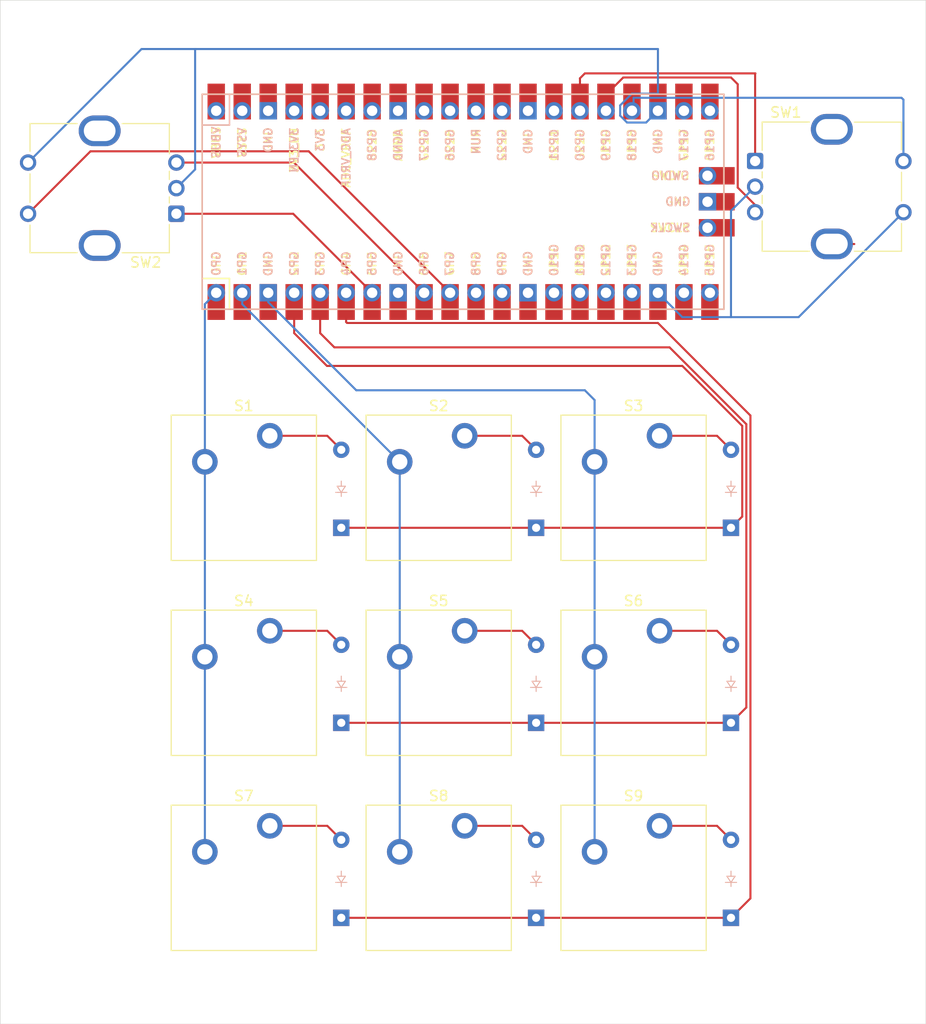
<source format=kicad_pcb>
(kicad_pcb (version 20240108) (generator "pcbnew") (generator_version "8.0")
  (layers (0 "F.Cu" signal) (31 "B.Cu" signal) (34 "B.Paste" user) (35 "F.Paste" user) (36 "B.SilkS" user "B.Silkscreen") (37 "F.SilkS" user "F.Silkscreen") (38 "B.Mask" user) (39 "F.Mask" user) (44 "Edge.Cuts" user))
  (net 0 "")
  (net 1 "Row 0")
  (net 2 "Net-(D1-A)")
  (net 3 "Net-(D2-A)")
  (net 4 "Net-(D3-A)")
  (net 5 "Net-(D4-A)")
  (net 6 "Row 1")
  (net 7 "Net-(D5-A)")
  (net 8 "Net-(D6-A)")
  (net 9 "Row 2")
  (net 10 "Net-(D7-A)")
  (net 11 "Net-(D8-A)")
  (net 12 "Net-(D9-A)")
  (net 13 "Column 0")
  (net 14 "Column 1")
  (net 15 "Column 2")
  (net 16 "Encoder_Left_1")
  (net 17 "Encoder_Left_3")
  (net 20 "Encoder_Left_2")
  (net 48 "Encoder_Right_1")
  (net 49 "Encoder_Right_2")
  (net 50 "GND")
  (net 51 "Encoder_Right_3")
  (footprint "ScottoKeebs_MX:MX_PCB_1.00u" (layer "F.Cu") (at 113.195 112.525)
    (property "Reference" "S7" (at 0 -8 0) (layer "F.SilkS"))
    (property "Value" "Keyswitch")
    (fp_line (start -7.1 -7.1) (end -7.1 7.1) (stroke (width 0.12)) (layer "F.SilkS"))
    (fp_line (start -7.1 7.1) (end 7.1 7.1) (stroke (width 0.12)) (layer "F.SilkS"))
    (fp_line (start 7.1 -7.1) (end -7.1 -7.1) (stroke (width 0.12)) (layer "F.SilkS"))
    (fp_line (start 7.1 7.1) (end 7.1 -7.1) (stroke (width 0.12)) (layer "F.SilkS"))
    (pad "" np_thru_hole circle (at -5.08 0) (size 1.75 1.75) (drill 1.75) (layers "*.Cu" "*.Mask"))
    (pad "" np_thru_hole circle (at 0 0) (size 4 4) (drill 4) (layers "*.Cu" "*.Mask"))
    (pad "" np_thru_hole circle (at 5.08 0) (size 1.75 1.75) (drill 1.75) (layers "*.Cu" "*.Mask"))
    (pad "1" thru_hole circle (at -3.81 -2.54) (size 2.5 2.5) (drill 1.5) (layers "*.Cu" "*.Mask") (net 13 "Column 0"))
    (pad "2" thru_hole circle (at 2.54 -5.08) (size 2.5 2.5) (drill 1.5) (layers "*.Cu" "*.Mask") (net 10 "Net-(D7-A)"))
  )
  (footprint "ScottoKeebs_MX:MX_PCB_1.00u" (layer "F.Cu") (at 113.195 74.425)
    (property "Reference" "S1" (at 0 -8 0) (layer "F.SilkS"))
    (property "Value" "Keyswitch")
    (fp_line (start -7.1 -7.1) (end -7.1 7.1) (stroke (width 0.12)) (layer "F.SilkS"))
    (fp_line (start -7.1 7.1) (end 7.1 7.1) (stroke (width 0.12)) (layer "F.SilkS"))
    (fp_line (start 7.1 -7.1) (end -7.1 -7.1) (stroke (width 0.12)) (layer "F.SilkS"))
    (fp_line (start 7.1 7.1) (end 7.1 -7.1) (stroke (width 0.12)) (layer "F.SilkS"))
    (pad "" np_thru_hole circle (at -5.08 0) (size 1.75 1.75) (drill 1.75) (layers "*.Cu" "*.Mask"))
    (pad "" np_thru_hole circle (at 0 0) (size 4 4) (drill 4) (layers "*.Cu" "*.Mask"))
    (pad "" np_thru_hole circle (at 5.08 0) (size 1.75 1.75) (drill 1.75) (layers "*.Cu" "*.Mask"))
    (pad "1" thru_hole circle (at -3.81 -2.54) (size 2.5 2.5) (drill 1.5) (layers "*.Cu" "*.Mask") (net 13 "Column 0"))
    (pad "2" thru_hole circle (at 2.54 -5.08) (size 2.5 2.5) (drill 1.5) (layers "*.Cu" "*.Mask") (net 2 "Net-(D1-A)"))
  )
  (footprint "ScottoKeebs_MX:MX_PCB_1.00u" (layer "F.Cu") (at 151.295 93.475)
    (property "Reference" "S6" (at 0 -8 0) (layer "F.SilkS"))
    (property "Value" "Keyswitch")
    (fp_line (start -7.1 -7.1) (end -7.1 7.1) (stroke (width 0.12)) (layer "F.SilkS"))
    (fp_line (start -7.1 7.1) (end 7.1 7.1) (stroke (width 0.12)) (layer "F.SilkS"))
    (fp_line (start 7.1 -7.1) (end -7.1 -7.1) (stroke (width 0.12)) (layer "F.SilkS"))
    (fp_line (start 7.1 7.1) (end 7.1 -7.1) (stroke (width 0.12)) (layer "F.SilkS"))
    (pad "" np_thru_hole circle (at -5.08 0) (size 1.75 1.75) (drill 1.75) (layers "*.Cu" "*.Mask"))
    (pad "" np_thru_hole circle (at 0 0) (size 4 4) (drill 4) (layers "*.Cu" "*.Mask"))
    (pad "" np_thru_hole circle (at 5.08 0) (size 1.75 1.75) (drill 1.75) (layers "*.Cu" "*.Mask"))
    (pad "1" thru_hole circle (at -3.81 -2.54) (size 2.5 2.5) (drill 1.5) (layers "*.Cu" "*.Mask") (net 15 "Column 2"))
    (pad "2" thru_hole circle (at 2.54 -5.08) (size 2.5 2.5) (drill 1.5) (layers "*.Cu" "*.Mask") (net 8 "Net-(D6-A)"))
  )
  (footprint "ScottoKeebs_MX:MX_PCB_1.00u" (layer "F.Cu") (at 132.245 93.475)
    (property "Reference" "S5" (at 0 -8 0) (layer "F.SilkS"))
    (property "Value" "Keyswitch")
    (fp_line (start -7.1 -7.1) (end -7.1 7.1) (stroke (width 0.12)) (layer "F.SilkS"))
    (fp_line (start -7.1 7.1) (end 7.1 7.1) (stroke (width 0.12)) (layer "F.SilkS"))
    (fp_line (start 7.1 -7.1) (end -7.1 -7.1) (stroke (width 0.12)) (layer "F.SilkS"))
    (fp_line (start 7.1 7.1) (end 7.1 -7.1) (stroke (width 0.12)) (layer "F.SilkS"))
    (pad "" np_thru_hole circle (at -5.08 0) (size 1.75 1.75) (drill 1.75) (layers "*.Cu" "*.Mask"))
    (pad "" np_thru_hole circle (at 0 0) (size 4 4) (drill 4) (layers "*.Cu" "*.Mask"))
    (pad "" np_thru_hole circle (at 5.08 0) (size 1.75 1.75) (drill 1.75) (layers "*.Cu" "*.Mask"))
    (pad "1" thru_hole circle (at -3.81 -2.54) (size 2.5 2.5) (drill 1.5) (layers "*.Cu" "*.Mask") (net 14 "Column 1"))
    (pad "2" thru_hole circle (at 2.54 -5.08) (size 2.5 2.5) (drill 1.5) (layers "*.Cu" "*.Mask") (net 7 "Net-(D5-A)"))
  )
  (footprint "ScottoKeebs_MX:MX_PCB_1.00u" (layer "F.Cu") (at 132.245 74.425)
    (property "Reference" "S2" (at 0 -8 0) (layer "F.SilkS"))
    (property "Value" "Keyswitch")
    (fp_line (start -7.1 -7.1) (end -7.1 7.1) (stroke (width 0.12)) (layer "F.SilkS"))
    (fp_line (start -7.1 7.1) (end 7.1 7.1) (stroke (width 0.12)) (layer "F.SilkS"))
    (fp_line (start 7.1 -7.1) (end -7.1 -7.1) (stroke (width 0.12)) (layer "F.SilkS"))
    (fp_line (start 7.1 7.1) (end 7.1 -7.1) (stroke (width 0.12)) (layer "F.SilkS"))
    (pad "" np_thru_hole circle (at -5.08 0) (size 1.75 1.75) (drill 1.75) (layers "*.Cu" "*.Mask"))
    (pad "" np_thru_hole circle (at 0 0) (size 4 4) (drill 4) (layers "*.Cu" "*.Mask"))
    (pad "" np_thru_hole circle (at 5.08 0) (size 1.75 1.75) (drill 1.75) (layers "*.Cu" "*.Mask"))
    (pad "1" thru_hole circle (at -3.81 -2.54) (size 2.5 2.5) (drill 1.5) (layers "*.Cu" "*.Mask") (net 14 "Column 1"))
    (pad "2" thru_hole circle (at 2.54 -5.08) (size 2.5 2.5) (drill 1.5) (layers "*.Cu" "*.Mask") (net 3 "Net-(D2-A)"))
  )
  (footprint "Rotary_Encoder:RotaryEncoder_Bourns_Vertical_PEC12R-3x17F-Sxxxx" (layer "F.Cu") (at 106.60125 47.65625 180)
    (property "Reference" "SW2" (at 3 -4.75 360) (layer "F.SilkS"))
    (property "Value" "RotaryEncoder_Switch")
    (fp_line (start 14.31 8.81) (end 9.7 8.81) (stroke (width 0.12)) (layer "F.SilkS"))
    (fp_line (start 14.31 6.1) (end 14.31 8.81) (stroke (width 0.12)) (layer "F.SilkS"))
    (fp_line (start 14.31 1.1) (end 14.31 3.9) (stroke (width 0.12)) (layer "F.SilkS"))
    (fp_line (start 14.31 -3.8) (end 14.31 -1.1) (stroke (width 0.12)) (layer "F.SilkS"))
    (fp_line (start 9.7 -3.8) (end 14.31 -3.8) (stroke (width 0.12)) (layer "F.SilkS"))
    (fp_line (start 5.3 8.81) (end 0.69 8.81) (stroke (width 0.12)) (layer "F.SilkS"))
    (fp_line (start 0.69 5.85) (end 0.69 8.81) (stroke (width 0.12)) (layer "F.SilkS"))
    (fp_line (start 0.69 3.35) (end 0.69 4.15) (stroke (width 0.12)) (layer "F.SilkS"))
    (fp_line (start 0.69 1.05) (end 0.69 1.65) (stroke (width 0.12)) (layer "F.SilkS"))
    (fp_line (start 0.69 -1.05) (end 0.69 -3.81) (stroke (width 0.12)) (layer "F.SilkS"))
    (fp_line (start 0.69 -3.81) (end 5.3 -3.81) (stroke (width 0.12)) (layer "F.SilkS"))
    (pad "A" thru_hole roundrect (at 0 0 180) (size 1.6 1.6) (drill 1) (layers "*.Cu" "*.Mask") (roundrect_rratio 0.15625) (net 16 "Encoder_Left_1"))
    (pad "B" thru_hole circle (at 0 5 180) (size 1.6 1.6) (drill 1) (layers "*.Cu" "*.Mask") (net 20 "Encoder_Left_2"))
    (pad "C" thru_hole circle (at 0 2.5 180) (size 1.6 1.6) (drill 1) (layers "*.Cu" "*.Mask") (net 50 "GND"))
    (pad "S1" thru_hole circle (at 14.5 0 180) (size 1.6 1.6) (drill 1) (layers "*.Cu" "*.Mask") (net 17 "Encoder_Left_3"))
    (pad "S2" thru_hole circle (at 14.5 5 180) (size 1.6 1.6) (drill 1) (layers "*.Cu" "*.Mask") (net 50 "GND"))
    (pad "SH" thru_hole oval (at 7.5 -3.1 180) (size 4.1 3) (drill oval 3.1 2) (layers "*.Cu" "*.Mask"))
    (pad "SH" thru_hole oval (at 7.5 8.1 180) (size 4.1 3) (drill oval 3.1 2) (layers "*.Cu" "*.Mask"))
  )
  (footprint "ScottoKeebs_MX:MX_PCB_1.00u" (layer "F.Cu") (at 151.295 112.525)
    (property "Reference" "S9" (at 0 -8 0) (layer "F.SilkS"))
    (property "Value" "Keyswitch")
    (fp_line (start -7.1 -7.1) (end -7.1 7.1) (stroke (width 0.12)) (layer "F.SilkS"))
    (fp_line (start -7.1 7.1) (end 7.1 7.1) (stroke (width 0.12)) (layer "F.SilkS"))
    (fp_line (start 7.1 -7.1) (end -7.1 -7.1) (stroke (width 0.12)) (layer "F.SilkS"))
    (fp_line (start 7.1 7.1) (end 7.1 -7.1) (stroke (width 0.12)) (layer "F.SilkS"))
    (pad "" np_thru_hole circle (at -5.08 0) (size 1.75 1.75) (drill 1.75) (layers "*.Cu" "*.Mask"))
    (pad "" np_thru_hole circle (at 0 0) (size 4 4) (drill 4) (layers "*.Cu" "*.Mask"))
    (pad "" np_thru_hole circle (at 5.08 0) (size 1.75 1.75) (drill 1.75) (layers "*.Cu" "*.Mask"))
    (pad "1" thru_hole circle (at -3.81 -2.54) (size 2.5 2.5) (drill 1.5) (layers "*.Cu" "*.Mask") (net 15 "Column 2"))
    (pad "2" thru_hole circle (at 2.54 -5.08) (size 2.5 2.5) (drill 1.5) (layers "*.Cu" "*.Mask") (net 12 "Net-(D9-A)"))
  )
  (footprint "ScottoKeebs_MX:MX_PCB_1.00u" (layer "F.Cu") (at 113.195 93.475)
    (property "Reference" "S4" (at 0 -8 0) (layer "F.SilkS"))
    (property "Value" "Keyswitch")
    (fp_line (start -7.1 -7.1) (end -7.1 7.1) (stroke (width 0.12)) (layer "F.SilkS"))
    (fp_line (start -7.1 7.1) (end 7.1 7.1) (stroke (width 0.12)) (layer "F.SilkS"))
    (fp_line (start 7.1 -7.1) (end -7.1 -7.1) (stroke (width 0.12)) (layer "F.SilkS"))
    (fp_line (start 7.1 7.1) (end 7.1 -7.1) (stroke (width 0.12)) (layer "F.SilkS"))
    (pad "" np_thru_hole circle (at -5.08 0) (size 1.75 1.75) (drill 1.75) (layers "*.Cu" "*.Mask"))
    (pad "" np_thru_hole circle (at 0 0) (size 4 4) (drill 4) (layers "*.Cu" "*.Mask"))
    (pad "" np_thru_hole circle (at 5.08 0) (size 1.75 1.75) (drill 1.75) (layers "*.Cu" "*.Mask"))
    (pad "1" thru_hole circle (at -3.81 -2.54) (size 2.5 2.5) (drill 1.5) (layers "*.Cu" "*.Mask") (net 13 "Column 0"))
    (pad "2" thru_hole circle (at 2.54 -5.08) (size 2.5 2.5) (drill 1.5) (layers "*.Cu" "*.Mask") (net 5 "Net-(D4-A)"))
  )
  (footprint "ScottoKeebs_MCU:Raspberry_Pi_Pico" (layer "F.Cu") (at 134.62625 46.485 90)
    (property "Reference" "U1" (hide yes))
    (property "Value" "Raspberry_Pi_Pico" (hide yes))
    (fp_line (start 10.5 -25.5) (end -10.5 -25.5) (stroke (width 0.15)) (layer "B.SilkS"))
    (fp_line (start 10.5 -25.5) (end 10.5 25.5) (stroke (width 0.15)) (layer "B.SilkS"))
    (fp_line (start -10.5 -25.5) (end -10.5 25.5) (stroke (width 0.15)) (layer "B.SilkS"))
    (fp_line (start 10.5 -22.833) (end 7.493 -22.833) (stroke (width 0.15)) (layer "B.SilkS"))
    (fp_line (start 7.493 -22.833) (end 7.493 -25.5) (stroke (width 0.15)) (layer "B.SilkS"))
    (fp_line (start -10.5 25.5) (end 10.5 25.5) (stroke (width 0.15)) (layer "B.SilkS"))
    (fp_line (start 10.5 -25.5) (end 10.5 25.5) (stroke (width 0.15)) (layer "F.SilkS"))
    (fp_line (start -10.5 -25.5) (end 10.5 -25.5) (stroke (width 0.15)) (layer "F.SilkS"))
    (fp_line (start -10.5 -25.5) (end -10.5 25.5) (stroke (width 0.15)) (layer "F.SilkS"))
    (fp_line (start -7.493 -22.833) (end -7.493 -25.5) (stroke (width 0.15)) (layer "F.SilkS"))
    (fp_line (start -10.5 -22.833) (end -7.493 -22.833) (stroke (width 0.15)) (layer "F.SilkS"))
    (fp_line (start 10.5 25.5) (end -10.5 25.5) (stroke (width 0.15)) (layer "F.SilkS"))
    (fp_text user "3V3_EN" (at 5.04 -16.51 90) (layer "B.SilkS") (effects (font (size 0.8 0.8)) (justify mirror)))
    (fp_text user "GP10" (at -5.69 8.89 90) (layer "B.SilkS") (effects (font (size 0.8 0.8)) (justify mirror)))
    (fp_text user "GND" (at 5.89 6.35 90) (layer "B.SilkS") (effects (font (size 0.8 0.8)) (justify mirror)))
    (fp_text user "GP9" (at -6.04 3.81 90) (layer "B.SilkS") (effects (font (size 0.8 0.8)) (justify mirror)))
    (fp_text user "GP11" (at -5.69 11.43 90) (layer "B.SilkS") (effects (font (size 0.8 0.8)) (justify mirror)))
    (fp_text user "ADC_VREF" (at 4.29 -11.43 90) (layer "B.SilkS") (effects (font (size 0.8 0.8)) (justify mirror)))
    (fp_text user "GP5" (at -6.04 -8.89 90) (layer "B.SilkS") (effects (font (size 0.8 0.8)) (justify mirror)))
    (fp_text user "GP1" (at -6.04 -21.6 90) (layer "B.SilkS") (effects (font (size 0.8 0.8)) (justify mirror)))
    (fp_text user "VSYS" (at 5.79 -21.59 90) (layer "B.SilkS") (effects (font (size 0.8 0.8)) (justify mirror)))
    (fp_text user "GND" (at -6.04 -19.05 90) (layer "B.SilkS") (effects (font (size 0.8 0.8)) (justify mirror)))
    (fp_text user "GP2" (at -6.04 -16.51 90) (layer "B.SilkS") (effects (font (size 0.8 0.8)) (justify mirror)))
    (fp_text user "GP3" (at -6.04 -13.97 90) (layer "B.SilkS") (effects (font (size 0.8 0.8)) (justify mirror)))
    (fp_text user "GP26" (at 5.54 -1.27 90) (layer "B.SilkS") (effects (font (size 0.8 0.8)) (justify mirror)))
    (fp_text user "GP4" (at -6.04 -11.43 90) (layer "B.SilkS") (effects (font (size 0.8 0.8)) (justify mirror)))
    (fp_text user "GND" (at -6.04 6.35 90) (layer "B.SilkS") (effects (font (size 0.8 0.8)) (justify mirror)))
    (fp_text user "GND" (at -6.04 19.05 90) (layer "B.SilkS") (effects (font (size 0.8 0.8)) (justify mirror)))
    (fp_text user "GP28" (at 5.54 -8.89 90) (layer "B.SilkS") (effects (font (size 0.8 0.8)) (justify mirror)))
    (fp_text user "GP16" (at 5.54 24.13 90) (layer "B.SilkS") (effects (font (size 0.8 0.8)) (justify mirror)))
    (fp_text user "SWDIO" (at 2.54 20.25 0) (layer "B.SilkS") (effects (font (size 0.8 0.8)) (justify mirror)))
    (fp_text user "GND" (at -6.04 -6.35 90) (layer "B.SilkS") (effects (font (size 0.8 0.8)) (justify mirror)))
    (fp_text user "GP15" (at -5.69 24.13 90) (layer "B.SilkS") (effects (font (size 0.8 0.8)) (justify mirror)))
    (fp_text user "RUN" (at 5.89 1.27 90) (layer "B.SilkS") (effects (font (size 0.8 0.8)) (justify mirror)))
    (fp_text user "GP22" (at 5.54 3.81 90) (layer "B.SilkS") (effects (font (size 0.8 0.8)) (justify mirror)))
    (fp_text user "GND" (at 6.04 -19.05 90) (layer "B.SilkS") (effects (font (size 0.8 0.8)) (justify mirror)))
    (fp_text user "GND" (at 5.89 19.05 90) (layer "B.SilkS") (effects (font (size 0.8 0.8)) (justify mirror)))
    (fp_text user "GP6" (at -6.04 -3.81 90) (layer "B.SilkS") (effects (font (size 0.8 0.8)) (justify mirror)))
    (fp_text user "3V3" (at 6.04 -13.97 90) (layer "B.SilkS") (effects (font (size 0.8 0.8)) (justify mirror)))
    (fp_text user "SWCLK" (at -2.54 20.25 0) (layer "B.SilkS") (effects (font (size 0.8 0.8)) (justify mirror)))
    (fp_text user "GP7" (at -6.04 -1.3 90) (layer "B.SilkS") (effects (font (size 0.8 0.8)) (justify mirror)))
    (fp_text user "GP8" (at -6.04 1.27 90) (layer "B.SilkS") (effects (font (size 0.8 0.8)) (justify mirror)))
    (fp_text user "GP12" (at -5.69 13.97 90) (layer "B.SilkS") (effects (font (size 0.8 0.8)) (justify mirror)))
    (fp_text user "GP20" (at 5.54 11.43 90) (layer "B.SilkS") (effects (font (size 0.8 0.8)) (justify mirror)))
    (fp_text user "GP18" (at 5.54 16.51 90) (layer "B.SilkS") (effects (font (size 0.8 0.8)) (justify mirror)))
    (fp_text user "VBUS" (at 5.79 -24.13 90) (layer "B.SilkS") (effects (font (size 0.8 0.8)) (justify mirror)))
    (fp_text user "GP27" (at 5.54 -3.8 90) (layer "B.SilkS") (effects (font (size 0.8 0.8)) (justify mirror)))
    (fp_text user "GP19" (at 5.54 13.97 90) (layer "B.SilkS") (effects (font (size 0.8 0.8)) (justify mirror)))
    (fp_text user "GP14" (at -5.69 21.59 90) (layer "B.SilkS") (effects (font (size 0.8 0.8)) (justify mirror)))
    (fp_text user "GP13" (at -5.69 16.51 90) (layer "B.SilkS") (effects (font (size 0.8 0.8)) (justify mirror)))
    (fp_text user "GP17" (at 5.54 21.59 90) (layer "B.SilkS") (effects (font (size 0.8 0.8)) (justify mirror)))
    (fp_text user "GP0" (at -6.04 -24.13 90) (layer "B.SilkS") (effects (font (size 0.8 0.8)) (justify mirror)))
    (fp_text user "GND" (at 0 21 0) (layer "B.SilkS") (effects (font (size 0.8 0.8)) (justify mirror)))
    (fp_text user "GP21" (at 5.54 8.9 90) (layer "B.SilkS") (effects (font (size 0.8 0.8)) (justify mirror)))
    (fp_text user "AGND" (at 5.54 -6.35 90) (layer "B.SilkS") (effects (font (size 0.8 0.8)) (justify mirror)))
    (fp_text user "GP27" (at 5.54 -3.8 90) (layer "F.SilkS") (effects (font (size 0.8 0.8))))
    (fp_text user "GP8" (at -6.04 1.27 90) (layer "F.SilkS") (effects (font (size 0.8 0.8))))
    (fp_text user "3V3" (at 6.04 -13.97 90) (layer "F.SilkS") (effects (font (size 0.8 0.8))))
    (fp_text user "3V3_EN" (at 5.04 -16.51 90) (layer "F.SilkS") (effects (font (size 0.8 0.8))))
    (fp_text user "AGND" (at 5.54 -6.35 90) (layer "F.SilkS") (effects (font (size 0.8 0.8))))
    (fp_text user "GP11" (at -5.69 11.43 90) (layer "F.SilkS") (effects (font (size 0.8 0.8))))
    (fp_text user "GP6" (at -6.04 -3.81 90) (layer "F.SilkS") (effects (font (size 0.8 0.8))))
    (fp_text user "GP0" (at -6.04 -24.13 90) (layer "F.SilkS") (effects (font (size 0.8 0.8))))
    (fp_text user "GP9" (at -6.04 3.81 90) (layer "F.SilkS") (effects (font (size 0.8 0.8))))
    (fp_text user "GP4" (at -6.04 -11.43 90) (layer "F.SilkS") (effects (font (size 0.8 0.8))))
    (fp_text user "GP19" (at 5.54 13.97 90) (layer "F.SilkS") (effects (font (size 0.8 0.8))))
    (fp_text user "GP21" (at 5.54 8.9 90) (layer "F.SilkS") (effects (font (size 0.8 0.8))))
    (fp_text user "VBUS" (at 5.79 -24.13 90) (layer "F.SilkS") (effects (font (size 0.8 0.8))))
    (fp_text user "SWDIO" (at 2.54 20.25 0) (layer "F.SilkS") (effects (font (size 0.8 0.8))))
    (fp_text user "GP10" (at -5.69 8.89 90) (layer "F.SilkS") (effects (font (size 0.8 0.8))))
    (fp_text user "GP12" (at -5.69 13.97 90) (layer "F.SilkS") (effects (font (size 0.8 0.8))))
    (fp_text user "GND" (at -6.04 -6.35 90) (layer "F.SilkS") (effects (font (size 0.8 0.8))))
    (fp_text user "GP26" (at 5.54 -1.27 90) (layer "F.SilkS") (effects (font (size 0.8 0.8))))
    (fp_text user "ADC_VREF" (at 4.29 -11.43 90) (layer "F.SilkS") (effects (font (size 0.8 0.8))))
    (fp_text user "GP2" (at -6.04 -16.51 90) (layer "F.SilkS") (effects (font (size 0.8 0.8))))
    (fp_text user "GP13" (at -5.69 16.51 90) (layer "F.SilkS") (effects (font (size 0.8 0.8))))
    (fp_text user "VSYS" (at 5.79 -21.59 90) (layer "F.SilkS") (effects (font (size 0.8 0.8))))
    (fp_text user "GP5" (at -6.04 -8.89 90) (layer "F.SilkS") (effects (font (size 0.8 0.8))))
    (fp_text user "GP18" (at 5.54 16.51 90) (layer "F.SilkS") (effects (font (size 0.8 0.8))))
    (fp_text user "GP7" (at -6.04 -1.3 90) (layer "F.SilkS") (effects (font (size 0.8 0.8))))
    (fp_text user "GP20" (at 5.54 11.43 90) (layer "F.SilkS") (effects (font (size 0.8 0.8))))
    (fp_text user "RUN" (at 5.89 1.27 90) (layer "F.SilkS") (effects (font (size 0.8 0.8))))
    (fp_text user "GP17" (at 5.54 21.59 90) (layer "F.SilkS") (effects (font (size 0.8 0.8))))
    (fp_text user "GND" (at 5.89 6.35 90) (layer "F.SilkS") (effects (font (size 0.8 0.8))))
    (fp_text user "GND" (at 6.04 -19.05 90) (layer "F.SilkS") (effects (font (size 0.8 0.8))))
    (fp_text user "SWCLK" (at -2.54 20.25 0) (layer "F.SilkS") (effects (font (size 0.8 0.8))))
    (fp_text user "GND" (at -6.04 -19.05 90) (layer "F.SilkS") (effects (font (size 0.8 0.8))))
    (fp_text user "GND" (at 0 21 0) (layer "F.SilkS") (effects (font (size 0.8 0.8))))
    (fp_text user "GND" (at 5.89 19.05 90) (layer "F.SilkS") (effects (font (size 0.8 0.8))))
    (fp_text user "GP1" (at -6.04 -21.6 90) (layer "F.SilkS") (effects (font (size 0.8 0.8))))
    (fp_text user "GP28" (at 5.54 -8.89 90) (layer "F.SilkS") (effects (font (size 0.8 0.8))))
    (fp_text user "GP15" (at -5.69 24.13 90) (layer "F.SilkS") (effects (font (size 0.8 0.8))))
    (fp_text user "GP16" (at 5.54 24.13 90) (layer "F.SilkS") (effects (font (size 0.8 0.8))))
    (fp_text user "GP14" (at -5.69 21.59 90) (layer "F.SilkS") (effects (font (size 0.8 0.8))))
    (fp_text user "GP22" (at 5.54 3.81 90) (layer "F.SilkS") (effects (font (size 0.8 0.8))))
    (fp_text user "GND" (at -6.04 6.35 90) (layer "F.SilkS") (effects (font (size 0.8 0.8))))
    (fp_text user "GP3" (at -6.04 -13.97 90) (layer "F.SilkS") (effects (font (size 0.8 0.8))))
    (fp_text user "GND" (at -6.04 19.05 90) (layer "F.SilkS") (effects (font (size 0.8 0.8))))
    (pad "1" thru_hole oval (at -8.89 -24.13 90) (size 1.7 1.7) (drill 1.02) (layers "*.Cu" "*.Mask") (net 13 "Column 0"))
    (pad "1" smd rect (at -8.89 -24.13 90) (size 3.5 1.7) (drill (offset -0.9 0)) (layers "F.Cu" "F.Mask") (net 13 "Column 0"))
    (pad "2" thru_hole oval (at -8.89 -21.59 90) (size 1.7 1.7) (drill 1.02) (layers "*.Cu" "*.Mask") (net 14 "Column 1"))
    (pad "2" smd rect (at -8.89 -21.59 90) (size 3.5 1.7) (drill (offset -0.9 0)) (layers "F.Cu" "F.Mask") (net 14 "Column 1"))
    (pad "3" thru_hole rect (at -8.89 -19.05 90) (size 1.7 1.7) (drill 1.02) (layers "*.Cu" "*.Mask") (net 15 "Column 2"))
    (pad "3" smd rect (at -8.89 -19.05 90) (size 3.5 1.7) (drill (offset -0.9 0)) (layers "F.Cu" "F.Mask") (net 15 "Column 2"))
    (pad "4" thru_hole oval (at -8.89 -16.51 90) (size 1.7 1.7) (drill 1.02) (layers "*.Cu" "*.Mask") (net 1 "Row 0"))
    (pad "4" smd rect (at -8.89 -16.51 90) (size 3.5 1.7) (drill (offset -0.9 0)) (layers "F.Cu" "F.Mask") (net 1 "Row 0"))
    (pad "5" thru_hole oval (at -8.89 -13.97 90) (size 1.7 1.7) (drill 1.02) (layers "*.Cu" "*.Mask") (net 6 "Row 1"))
    (pad "5" smd rect (at -8.89 -13.97 90) (size 3.5 1.7) (drill (offset -0.9 0)) (layers "F.Cu" "F.Mask") (net 6 "Row 1"))
    (pad "6" thru_hole oval (at -8.89 -11.43 90) (size 1.7 1.7) (drill 1.02) (layers "*.Cu" "*.Mask") (net 9 "Row 2"))
    (pad "6" smd rect (at -8.89 -11.43 90) (size 3.5 1.7) (drill (offset -0.9 0)) (layers "F.Cu" "F.Mask") (net 9 "Row 2"))
    (pad "7" thru_hole oval (at -8.89 -8.89 90) (size 1.7 1.7) (drill 1.02) (layers "*.Cu" "*.Mask") (net 16 "Encoder_Left_1"))
    (pad "7" smd rect (at -8.89 -8.89 90) (size 3.5 1.7) (drill (offset -0.9 0)) (layers "F.Cu" "F.Mask") (net 16 "Encoder_Left_1"))
    (pad "8" thru_hole rect (at -8.89 -6.35 90) (size 1.7 1.7) (drill 1.02) (layers "*.Cu" "*.Mask") (net 50 "GND"))
    (pad "8" smd rect (at -8.89 -6.35 90) (size 3.5 1.7) (drill (offset -0.9 0)) (layers "F.Cu" "F.Mask") (net 50 "GND"))
    (pad "9" thru_hole oval (at -8.89 -3.81 90) (size 1.7 1.7) (drill 1.02) (layers "*.Cu" "*.Mask") (net 20 "Encoder_Left_2"))
    (pad "9" smd rect (at -8.89 -3.81 90) (size 3.5 1.7) (drill (offset -0.9 0)) (layers "F.Cu" "F.Mask") (net 20 "Encoder_Left_2"))
    (pad "10" thru_hole oval (at -8.89 -1.27 90) (size 1.7 1.7) (drill 1.02) (layers "*.Cu" "*.Mask") (net 17 "Encoder_Left_3"))
    (pad "10" smd rect (at -8.89 -1.27 90) (size 3.5 1.7) (drill (offset -0.9 0)) (layers "F.Cu" "F.Mask") (net 17 "Encoder_Left_3"))
    (pad "11" thru_hole oval (at -8.89 1.27 90) (size 1.7 1.7) (drill 1.02) (layers "*.Cu" "*.Mask"))
    (pad "11" smd rect (at -8.89 1.27 90) (size 3.5 1.7) (drill (offset -0.9 0)) (layers "F.Cu" "F.Mask"))
    (pad "12" thru_hole oval (at -8.89 3.81 90) (size 1.7 1.7) (drill 1.02) (layers "*.Cu" "*.Mask"))
    (pad "12" smd rect (at -8.89 3.81 90) (size 3.5 1.7) (drill (offset -0.9 0)) (layers "F.Cu" "F.Mask"))
    (pad "13" thru_hole rect (at -8.89 6.35 90) (size 1.7 1.7) (drill 1.02) (layers "*.Cu" "*.Mask"))
    (pad "13" smd rect (at -8.89 6.35 90) (size 3.5 1.7) (drill (offset -0.9 0)) (layers "F.Cu" "F.Mask"))
    (pad "14" thru_hole oval (at -8.89 8.89 90) (size 1.7 1.7) (drill 1.02) (layers "*.Cu" "*.Mask"))
    (pad "14" smd rect (at -8.89 8.89 90) (size 3.5 1.7) (drill (offset -0.9 0)) (layers "F.Cu" "F.Mask"))
    (pad "15" thru_hole oval (at -8.89 11.43 90) (size 1.7 1.7) (drill 1.02) (layers "*.Cu" "*.Mask"))
    (pad "15" smd rect (at -8.89 11.43 90) (size 3.5 1.7) (drill (offset -0.9 0)) (layers "F.Cu" "F.Mask"))
    (pad "16" thru_hole oval (at -8.89 13.97 90) (size 1.7 1.7) (drill 1.02) (layers "*.Cu" "*.Mask"))
    (pad "16" smd rect (at -8.89 13.97 90) (size 3.5 1.7) (drill (offset -0.9 0)) (layers "F.Cu" "F.Mask"))
    (pad "17" thru_hole oval (at -8.89 16.51 90) (size 1.7 1.7) (drill 1.02) (layers "*.Cu" "*.Mask"))
    (pad "17" smd rect (at -8.89 16.51 90) (size 3.5 1.7) (drill (offset -0.9 0)) (layers "F.Cu" "F.Mask"))
    (pad "18" thru_hole rect (at -8.89 19.05 90) (size 1.7 1.7) (drill 1.02) (layers "*.Cu" "*.Mask"))
    (pad "18" smd rect (at -8.89 19.05 90) (size 3.5 1.7) (drill (offset -0.9 0)) (layers "F.Cu" "F.Mask"))
    (pad "19" thru_hole oval (at -8.89 21.59 90) (size 1.7 1.7) (drill 1.02) (layers "*.Cu" "*.Mask"))
    (pad "19" smd rect (at -8.89 21.59 90) (size 3.5 1.7) (drill (offset -0.9 0)) (layers "F.Cu" "F.Mask"))
    (pad "20" thru_hole oval (at -8.89 24.13 90) (size 1.7 1.7) (drill 1.02) (layers "*.Cu" "*.Mask"))
    (pad "20" smd rect (at -8.89 24.13 90) (size 3.5 1.7) (drill (offset -0.9 0)) (layers "F.Cu" "F.Mask"))
    (pad "21" thru_hole oval (at 8.89 24.13 90) (size 1.7 1.7) (drill 1.02) (layers "*.Cu" "*.Mask"))
    (pad "21" smd rect (at 8.89 24.13 90) (size 3.5 1.7) (drill (offset 0.9 0)) (layers "F.Cu" "F.Mask"))
    (pad "22" thru_hole oval (at 8.89 21.59 90) (size 1.7 1.7) (drill 1.02) (layers "*.Cu" "*.Mask"))
    (pad "22" smd rect (at 8.89 21.59 90) (size 3.5 1.7) (drill (offset 0.9 0)) (layers "F.Cu" "F.Mask"))
    (pad "23" thru_hole rect (at 8.89 19.05 90) (size 1.7 1.7) (drill 1.02) (layers "*.Cu" "*.Mask") (net 50 "GND"))
    (pad "23" smd rect (at 8.89 19.05 90) (size 3.5 1.7) (drill (offset 0.9 0)) (layers "F.Cu" "F.Mask") (net 50 "GND"))
    (pad "24" thru_hole oval (at 8.89 16.51 90) (size 1.7 1.7) (drill 1.02) (layers "*.Cu" "*.Mask") (net 51 "Encoder_Right_3"))
    (pad "24" smd rect (at 8.89 16.51 90) (size 3.5 1.7) (drill (offset 0.9 0)) (layers "F.Cu" "F.Mask") (net 51 "Encoder_Right_3"))
    (pad "25" thru_hole oval (at 8.89 13.97 90) (size 1.7 1.7) (drill 1.02) (layers "*.Cu" "*.Mask") (net 49 "Encoder_Right_2"))
    (pad "25" smd rect (at 8.89 13.97 90) (size 3.5 1.7) (drill (offset 0.9 0)) (layers "F.Cu" "F.Mask") (net 49 "Encoder_Right_2"))
    (pad "26" thru_hole oval (at 8.89 11.43 90) (size 1.7 1.7) (drill 1.02) (layers "*.Cu" "*.Mask") (net 48 "Encoder_Right_1"))
    (pad "26" smd rect (at 8.89 11.43 90) (size 3.5 1.7) (drill (offset 0.9 0)) (layers "F.Cu" "F.Mask") (net 48 "Encoder_Right_1"))
    (pad "27" thru_hole oval (at 8.89 8.89 90) (size 1.7 1.7) (drill 1.02) (layers "*.Cu" "*.Mask"))
    (pad "27" smd rect (at 8.89 8.89 90) (size 3.5 1.7) (drill (offset 0.9 0)) (layers "F.Cu" "F.Mask"))
    (pad "28" thru_hole rect (at 8.89 6.35 90) (size 1.7 1.7) (drill 1.02) (layers "*.Cu" "*.Mask"))
    (pad "28" smd rect (at 8.89 6.35 90) (size 3.5 1.7) (drill (offset 0.9 0)) (layers "F.Cu" "F.Mask"))
    (pad "29" thru_hole oval (at 8.89 3.81 90) (size 1.7 1.7) (drill 1.02) (layers "*.Cu" "*.Mask"))
    (pad "29" smd rect (at 8.89 3.81 90) (size 3.5 1.7) (drill (offset 0.9 0)) (layers "F.Cu" "F.Mask"))
    (pad "30" thru_hole oval (at 8.89 1.27 90) (size 1.7 1.7) (drill 1.02) (layers "*.Cu" "*.Mask"))
    (pad "30" smd rect (at 8.89 1.27 90) (size 3.5 1.7) (drill (offset 0.9 0)) (layers "F.Cu" "F.Mask"))
    (pad "31" thru_hole oval (at 8.89 -1.27 90) (size 1.7 1.7) (drill 1.02) (layers "*.Cu" "*.Mask"))
    (pad "31" smd rect (at 8.89 -1.27 90) (size 3.5 1.7) (drill (offset 0.9 0)) (layers "F.Cu" "F.Mask"))
    (pad "32" thru_hole oval (at 8.89 -3.81 90) (size 1.7 1.7) (drill 1.02) (layers "*.Cu" "*.Mask"))
    (pad "32" smd rect (at 8.89 -3.81 90) (size 3.5 1.7) (drill (offset 0.9 0)) (layers "F.Cu" "F.Mask"))
    (pad "33" thru_hole rect (at 8.89 -6.35 90) (size 1.7 1.7) (drill 1.02) (layers "*.Cu" "*.Mask"))
    (pad "33" smd rect (at 8.89 -6.35 90) (size 3.5 1.7) (drill (offset 0.9 0)) (layers "F.Cu" "F.Mask"))
    (pad "34" thru_hole oval (at 8.89 -8.89 90) (size 1.7 1.7) (drill 1.02) (layers "*.Cu" "*.Mask"))
    (pad "34" smd rect (at 8.89 -8.89 90) (size 3.5 1.7) (drill (offset 0.9 0)) (layers "F.Cu" "F.Mask"))
    (pad "35" thru_hole oval (at 8.89 -11.43 90) (size 1.7 1.7) (drill 1.02) (layers "*.Cu" "*.Mask"))
    (pad "35" smd rect (at 8.89 -11.43 90) (size 3.5 1.7) (drill (offset 0.9 0)) (layers "F.Cu" "F.Mask"))
    (pad "36" thru_hole oval (at 8.89 -13.97 90) (size 1.7 1.7) (drill 1.02) (layers "*.Cu" "*.Mask"))
    (pad "36" smd rect (at 8.89 -13.97 90) (size 3.5 1.7) (drill (offset 0.9 0)) (layers "F.Cu" "F.Mask"))
    (pad "37" thru_hole oval (at 8.89 -16.51 90) (size 1.7 1.7) (drill 1.02) (layers "*.Cu" "*.Mask"))
    (pad "37" smd rect (at 8.89 -16.51 90) (size 3.5 1.7) (drill (offset 0.9 0)) (layers "F.Cu" "F.Mask"))
    (pad "38" thru_hole rect (at 8.89 -19.05 90) (size 1.7 1.7) (drill 1.02) (layers "*.Cu" "*.Mask"))
    (pad "38" smd rect (at 8.89 -19.05 90) (size 3.5 1.7) (drill (offset 0.9 0)) (layers "F.Cu" "F.Mask"))
    (pad "39" thru_hole oval (at 8.89 -21.59 90) (size 1.7 1.7) (drill 1.02) (layers "*.Cu" "*.Mask"))
    (pad "39" smd rect (at 8.89 -21.59 90) (size 3.5 1.7) (drill (offset 0.9 0)) (layers "F.Cu" "F.Mask"))
    (pad "40" thru_hole oval (at 8.89 -24.13 90) (size 1.7 1.7) (drill 1.02) (layers "*.Cu" "*.Mask"))
    (pad "40" smd rect (at 8.89 -24.13 90) (size 3.5 1.7) (drill (offset 0.9 0)) (layers "F.Cu" "F.Mask"))
    (pad "41" thru_hole oval (at -2.54 23.9 90) (size 1.7 1.7) (drill 1.02) (layers "*.Cu" "*.Mask"))
    (pad "41" smd rect (at -2.54 23.9 180) (size 3.5 1.7) (drill (offset -0.9 0)) (layers "F.Cu" "F.Mask"))
    (pad "42" thru_hole rect (at 0 23.9 90) (size 1.7 1.7) (drill 1.02) (layers "*.Cu" "*.Mask"))
    (pad "42" smd rect (at 0 23.9 180) (size 3.5 1.7) (drill (offset -0.9 0)) (layers "F.Cu" "F.Mask"))
    (pad "43" thru_hole oval (at 2.54 23.9 90) (size 1.7 1.7) (drill 1.02) (layers "*.Cu" "*.Mask"))
    (pad "43" smd rect (at 2.54 23.9 180) (size 3.5 1.7) (drill (offset -0.9 0)) (layers "F.Cu" "F.Mask"))
  )
  (footprint "ScottoKeebs_MX:MX_PCB_1.00u" (layer "F.Cu") (at 151.295 74.425)
    (property "Reference" "S3" (at 0 -8 0) (layer "F.SilkS"))
    (property "Value" "Keyswitch")
    (fp_line (start -7.1 -7.1) (end -7.1 7.1) (stroke (width 0.12)) (layer "F.SilkS"))
    (fp_line (start -7.1 7.1) (end 7.1 7.1) (stroke (width 0.12)) (layer "F.SilkS"))
    (fp_line (start 7.1 -7.1) (end -7.1 -7.1) (stroke (width 0.12)) (layer "F.SilkS"))
    (fp_line (start 7.1 7.1) (end 7.1 -7.1) (stroke (width 0.12)) (layer "F.SilkS"))
    (pad "" np_thru_hole circle (at -5.08 0) (size 1.75 1.75) (drill 1.75) (layers "*.Cu" "*.Mask"))
    (pad "" np_thru_hole circle (at 0 0) (size 4 4) (drill 4) (layers "*.Cu" "*.Mask"))
    (pad "" np_thru_hole circle (at 5.08 0) (size 1.75 1.75) (drill 1.75) (layers "*.Cu" "*.Mask"))
    (pad "1" thru_hole circle (at -3.81 -2.54) (size 2.5 2.5) (drill 1.5) (layers "*.Cu" "*.Mask") (net 15 "Column 2"))
    (pad "2" thru_hole circle (at 2.54 -5.08) (size 2.5 2.5) (drill 1.5) (layers "*.Cu" "*.Mask") (net 4 "Net-(D3-A)"))
  )
  (footprint "ScottoKeebs_MX:MX_PCB_1.00u" (layer "F.Cu") (at 132.245 112.525)
    (property "Reference" "S8" (at 0 -8 0) (layer "F.SilkS"))
    (property "Value" "Keyswitch")
    (fp_line (start -7.1 -7.1) (end -7.1 7.1) (stroke (width 0.12)) (layer "F.SilkS"))
    (fp_line (start -7.1 7.1) (end 7.1 7.1) (stroke (width 0.12)) (layer "F.SilkS"))
    (fp_line (start 7.1 -7.1) (end -7.1 -7.1) (stroke (width 0.12)) (layer "F.SilkS"))
    (fp_line (start 7.1 7.1) (end 7.1 -7.1) (stroke (width 0.12)) (layer "F.SilkS"))
    (pad "" np_thru_hole circle (at -5.08 0) (size 1.75 1.75) (drill 1.75) (layers "*.Cu" "*.Mask"))
    (pad "" np_thru_hole circle (at 0 0) (size 4 4) (drill 4) (layers "*.Cu" "*.Mask"))
    (pad "" np_thru_hole circle (at 5.08 0) (size 1.75 1.75) (drill 1.75) (layers "*.Cu" "*.Mask"))
    (pad "1" thru_hole circle (at -3.81 -2.54) (size 2.5 2.5) (drill 1.5) (layers "*.Cu" "*.Mask") (net 14 "Column 1"))
    (pad "2" thru_hole circle (at 2.54 -5.08) (size 2.5 2.5) (drill 1.5) (layers "*.Cu" "*.Mask") (net 11 "Net-(D8-A)"))
  )
  (footprint "Rotary_Encoder:RotaryEncoder_Bourns_Vertical_PEC12R-3x17F-Sxxxx" (layer "F.Cu") (at 163.17875 42.50625)
    (property "Reference" "SW1" (at 3 -4.75 180) (layer "F.SilkS"))
    (property "Value" "RotaryEncoder_Switch")
    (fp_line (start 0.69 -3.81) (end 5.3 -3.81) (stroke (width 0.12)) (layer "F.SilkS"))
    (fp_line (start 0.69 -1.05) (end 0.69 -3.81) (stroke (width 0.12)) (layer "F.SilkS"))
    (fp_line (start 0.69 1.05) (end 0.69 1.65) (stroke (width 0.12)) (layer "F.SilkS"))
    (fp_line (start 0.69 3.35) (end 0.69 4.15) (stroke (width 0.12)) (layer "F.SilkS"))
    (fp_line (start 0.69 5.85) (end 0.69 8.81) (stroke (width 0.12)) (layer "F.SilkS"))
    (fp_line (start 5.3 8.81) (end 0.69 8.81) (stroke (width 0.12)) (layer "F.SilkS"))
    (fp_line (start 9.7 -3.8) (end 14.31 -3.8) (stroke (width 0.12)) (layer "F.SilkS"))
    (fp_line (start 14.31 -3.8) (end 14.31 -1.1) (stroke (width 0.12)) (layer "F.SilkS"))
    (fp_line (start 14.31 1.1) (end 14.31 3.9) (stroke (width 0.12)) (layer "F.SilkS"))
    (fp_line (start 14.31 6.1) (end 14.31 8.81) (stroke (width 0.12)) (layer "F.SilkS"))
    (fp_line (start 14.31 8.81) (end 9.7 8.81) (stroke (width 0.12)) (layer "F.SilkS"))
    (pad "A" thru_hole roundrect (at 0 0) (size 1.6 1.6) (drill 1) (layers "*.Cu" "*.Mask") (roundrect_rratio 0.15625) (net 48 "Encoder_Right_1"))
    (pad "B" thru_hole circle (at 0 5) (size 1.6 1.6) (drill 1) (layers "*.Cu" "*.Mask") (net 49 "Encoder_Right_2"))
    (pad "C" thru_hole circle (at 0 2.5) (size 1.6 1.6) (drill 1) (layers "*.Cu" "*.Mask") (net 50 "GND"))
    (pad "S1" thru_hole circle (at 14.5 0) (size 1.6 1.6) (drill 1) (layers "*.Cu" "*.Mask") (net 51 "Encoder_Right_3"))
    (pad "S2" thru_hole circle (at 14.5 5) (size 1.6 1.6) (drill 1) (layers "*.Cu" "*.Mask") (net 50 "GND"))
    (pad "SH" thru_hole oval (at 7.5 -3.1) (size 4.1 3) (drill oval 3.1 2) (layers "*.Cu" "*.Mask"))
    (pad "SH" thru_hole oval (at 7.5 8.1) (size 4.1 3) (drill oval 3.1 2) (layers "*.Cu" "*.Mask"))
  )
  (footprint "ScottoKeebs_Components:Diode_DO-35" (layer "B.Cu") (at 122.72 78.3325 90)
    (property "Reference" "D1" (hide yes))
    (property "Value" "Diode" (hide yes))
    (fp_line (start 3.46 -0.55) (end 3.46 0.55) (stroke (width 0.1)) (layer "B.SilkS"))
    (fp_line (start 4.06 -0.4) (end 4.06 0.4) (stroke (width 0.1)) (layer "B.SilkS"))
    (fp_line (start 4.56 0) (end 4.06 0) (stroke (width 0.1)) (layer "B.SilkS"))
    (fp_line (start 3.46 0) (end 4.06 -0.4) (stroke (width 0.1)) (layer "B.SilkS"))
    (fp_line (start 3.46 0) (end 3.06 0) (stroke (width 0.1)) (layer "B.SilkS"))
    (fp_line (start 4.06 0.4) (end 3.46 0) (stroke (width 0.1)) (layer "B.SilkS"))
    (pad "1" thru_hole rect (at 0 0 90) (size 1.6 1.6) (drill 0.8) (layers "*.Cu" "*.Mask") (net 1 "Row 0"))
    (pad "2" thru_hole oval (at 7.62 0 90) (size 1.6 1.6) (drill 0.8) (layers "*.Cu" "*.Mask") (net 2 "Net-(D1-A)"))
  )
  (footprint "ScottoKeebs_Components:Diode_DO-35" (layer "B.Cu") (at 122.72 97.3825 90)
    (property "Reference" "D4" (hide yes))
    (property "Value" "Diode" (hide yes))
    (fp_line (start 3.46 -0.55) (end 3.46 0.55) (stroke (width 0.1)) (layer "B.SilkS"))
    (fp_line (start 4.06 -0.4) (end 4.06 0.4) (stroke (width 0.1)) (layer "B.SilkS"))
    (fp_line (start 4.56 0) (end 4.06 0) (stroke (width 0.1)) (layer "B.SilkS"))
    (fp_line (start 3.46 0) (end 4.06 -0.4) (stroke (width 0.1)) (layer "B.SilkS"))
    (fp_line (start 3.46 0) (end 3.06 0) (stroke (width 0.1)) (layer "B.SilkS"))
    (fp_line (start 4.06 0.4) (end 3.46 0) (stroke (width 0.1)) (layer "B.SilkS"))
    (pad "1" thru_hole rect (at 0 0 90) (size 1.6 1.6) (drill 0.8) (layers "*.Cu" "*.Mask") (net 6 "Row 1"))
    (pad "2" thru_hole oval (at 7.62 0 90) (size 1.6 1.6) (drill 0.8) (layers "*.Cu" "*.Mask") (net 5 "Net-(D4-A)"))
  )
  (footprint "ScottoKeebs_Components:Diode_DO-35" (layer "B.Cu") (at 160.82 78.3325 90)
    (property "Reference" "D3" (hide yes))
    (property "Value" "Diode" (hide yes))
    (fp_line (start 3.46 -0.55) (end 3.46 0.55) (stroke (width 0.1)) (layer "B.SilkS"))
    (fp_line (start 4.06 -0.4) (end 4.06 0.4) (stroke (width 0.1)) (layer "B.SilkS"))
    (fp_line (start 4.56 0) (end 4.06 0) (stroke (width 0.1)) (layer "B.SilkS"))
    (fp_line (start 3.46 0) (end 4.06 -0.4) (stroke (width 0.1)) (layer "B.SilkS"))
    (fp_line (start 3.46 0) (end 3.06 0) (stroke (width 0.1)) (layer "B.SilkS"))
    (fp_line (start 4.06 0.4) (end 3.46 0) (stroke (width 0.1)) (layer "B.SilkS"))
    (pad "1" thru_hole rect (at 0 0 90) (size 1.6 1.6) (drill 0.8) (layers "*.Cu" "*.Mask") (net 1 "Row 0"))
    (pad "2" thru_hole oval (at 7.62 0 90) (size 1.6 1.6) (drill 0.8) (layers "*.Cu" "*.Mask") (net 4 "Net-(D3-A)"))
  )
  (footprint "ScottoKeebs_Components:Diode_DO-35" (layer "B.Cu") (at 141.77 78.3325 90)
    (property "Reference" "D2" (hide yes))
    (property "Value" "Diode" (hide yes))
    (fp_line (start 3.46 -0.55) (end 3.46 0.55) (stroke (width 0.1)) (layer "B.SilkS"))
    (fp_line (start 4.06 -0.4) (end 4.06 0.4) (stroke (width 0.1)) (layer "B.SilkS"))
    (fp_line (start 4.56 0) (end 4.06 0) (stroke (width 0.1)) (layer "B.SilkS"))
    (fp_line (start 3.46 0) (end 4.06 -0.4) (stroke (width 0.1)) (layer "B.SilkS"))
    (fp_line (start 3.46 0) (end 3.06 0) (stroke (width 0.1)) (layer "B.SilkS"))
    (fp_line (start 4.06 0.4) (end 3.46 0) (stroke (width 0.1)) (layer "B.SilkS"))
    (pad "1" thru_hole rect (at 0 0 90) (size 1.6 1.6) (drill 0.8) (layers "*.Cu" "*.Mask") (net 1 "Row 0"))
    (pad "2" thru_hole oval (at 7.62 0 90) (size 1.6 1.6) (drill 0.8) (layers "*.Cu" "*.Mask") (net 3 "Net-(D2-A)"))
  )
  (footprint "ScottoKeebs_Components:Diode_DO-35" (layer "B.Cu") (at 160.82 97.3825 90)
    (property "Reference" "D6" (hide yes))
    (property "Value" "Diode" (hide yes))
    (fp_line (start 3.46 -0.55) (end 3.46 0.55) (stroke (width 0.1)) (layer "B.SilkS"))
    (fp_line (start 4.06 -0.4) (end 4.06 0.4) (stroke (width 0.1)) (layer "B.SilkS"))
    (fp_line (start 4.56 0) (end 4.06 0) (stroke (width 0.1)) (layer "B.SilkS"))
    (fp_line (start 3.46 0) (end 4.06 -0.4) (stroke (width 0.1)) (layer "B.SilkS"))
    (fp_line (start 3.46 0) (end 3.06 0) (stroke (width 0.1)) (layer "B.SilkS"))
    (fp_line (start 4.06 0.4) (end 3.46 0) (stroke (width 0.1)) (layer "B.SilkS"))
    (pad "1" thru_hole rect (at 0 0 90) (size 1.6 1.6) (drill 0.8) (layers "*.Cu" "*.Mask") (net 6 "Row 1"))
    (pad "2" thru_hole oval (at 7.62 0 90) (size 1.6 1.6) (drill 0.8) (layers "*.Cu" "*.Mask") (net 8 "Net-(D6-A)"))
  )
  (footprint "ScottoKeebs_Components:Diode_DO-35" (layer "B.Cu") (at 160.82 116.4325 90)
    (property "Reference" "D9" (hide yes))
    (property "Value" "Diode" (hide yes))
    (fp_line (start 3.46 -0.55) (end 3.46 0.55) (stroke (width 0.1)) (layer "B.SilkS"))
    (fp_line (start 4.06 -0.4) (end 4.06 0.4) (stroke (width 0.1)) (layer "B.SilkS"))
    (fp_line (start 4.56 0) (end 4.06 0) (stroke (width 0.1)) (layer "B.SilkS"))
    (fp_line (start 3.46 0) (end 4.06 -0.4) (stroke (width 0.1)) (layer "B.SilkS"))
    (fp_line (start 3.46 0) (end 3.06 0) (stroke (width 0.1)) (layer "B.SilkS"))
    (fp_line (start 4.06 0.4) (end 3.46 0) (stroke (width 0.1)) (layer "B.SilkS"))
    (pad "1" thru_hole rect (at 0 0 90) (size 1.6 1.6) (drill 0.8) (layers "*.Cu" "*.Mask") (net 9 "Row 2"))
    (pad "2" thru_hole oval (at 7.62 0 90) (size 1.6 1.6) (drill 0.8) (layers "*.Cu" "*.Mask") (net 12 "Net-(D9-A)"))
  )
  (footprint "ScottoKeebs_Components:Diode_DO-35" (layer "B.Cu") (at 141.77 116.4325 90)
    (property "Reference" "D8" (hide yes))
    (property "Value" "Diode" (hide yes))
    (fp_line (start 3.46 -0.55) (end 3.46 0.55) (stroke (width 0.1)) (layer "B.SilkS"))
    (fp_line (start 4.06 -0.4) (end 4.06 0.4) (stroke (width 0.1)) (layer "B.SilkS"))
    (fp_line (start 4.56 0) (end 4.06 0) (stroke (width 0.1)) (layer "B.SilkS"))
    (fp_line (start 3.46 0) (end 4.06 -0.4) (stroke (width 0.1)) (layer "B.SilkS"))
    (fp_line (start 3.46 0) (end 3.06 0) (stroke (width 0.1)) (layer "B.SilkS"))
    (fp_line (start 4.06 0.4) (end 3.46 0) (stroke (width 0.1)) (layer "B.SilkS"))
    (pad "1" thru_hole rect (at 0 0 90) (size 1.6 1.6) (drill 0.8) (layers "*.Cu" "*.Mask") (net 9 "Row 2"))
    (pad "2" thru_hole oval (at 7.62 0 90) (size 1.6 1.6) (drill 0.8) (layers "*.Cu" "*.Mask") (net 11 "Net-(D8-A)"))
  )
  (footprint "ScottoKeebs_Components:Diode_DO-35" (layer "B.Cu") (at 141.77 97.3825 90)
    (property "Reference" "D5" (hide yes))
    (property "Value" "Diode" (hide yes))
    (fp_line (start 3.46 -0.55) (end 3.46 0.55) (stroke (width 0.1)) (layer "B.SilkS"))
    (fp_line (start 4.06 -0.4) (end 4.06 0.4) (stroke (width 0.1)) (layer "B.SilkS"))
    (fp_line (start 4.56 0) (end 4.06 0) (stroke (width 0.1)) (layer "B.SilkS"))
    (fp_line (start 3.46 0) (end 4.06 -0.4) (stroke (width 0.1)) (layer "B.SilkS"))
    (fp_line (start 3.46 0) (end 3.06 0) (stroke (width 0.1)) (layer "B.SilkS"))
    (fp_line (start 4.06 0.4) (end 3.46 0) (stroke (width 0.1)) (layer "B.SilkS"))
    (pad "1" thru_hole rect (at 0 0 90) (size 1.6 1.6) (drill 0.8) (layers "*.Cu" "*.Mask") (net 6 "Row 1"))
    (pad "2" thru_hole oval (at 7.62 0 90) (size 1.6 1.6) (drill 0.8) (layers "*.Cu" "*.Mask") (net 7 "Net-(D5-A)"))
  )
  (footprint "ScottoKeebs_Components:Diode_DO-35" (layer "B.Cu") (at 122.72 116.4325 90)
    (property "Reference" "D7" (hide yes))
    (property "Value" "Diode" (hide yes))
    (fp_line (start 3.46 -0.55) (end 3.46 0.55) (stroke (width 0.1)) (layer "B.SilkS"))
    (fp_line (start 4.06 -0.4) (end 4.06 0.4) (stroke (width 0.1)) (layer "B.SilkS"))
    (fp_line (start 4.56 0) (end 4.06 0) (stroke (width 0.1)) (layer "B.SilkS"))
    (fp_line (start 3.46 0) (end 4.06 -0.4) (stroke (width 0.1)) (layer "B.SilkS"))
    (fp_line (start 3.46 0) (end 3.06 0) (stroke (width 0.1)) (layer "B.SilkS"))
    (fp_line (start 4.06 0.4) (end 3.46 0) (stroke (width 0.1)) (layer "B.SilkS"))
    (pad "1" thru_hole rect (at 0 0 90) (size 1.6 1.6) (drill 0.8) (layers "*.Cu" "*.Mask") (net 9 "Row 2"))
    (pad "2" thru_hole oval (at 7.62 0 90) (size 1.6 1.6) (drill 0.8) (layers "*.Cu" "*.Mask") (net 10 "Net-(D7-A)"))
  )
  (gr_rect (start 89.3825 26.8) (end 179.87 126.8125) (stroke (width 0.05)) (fill none) (layer "Edge.Cuts"))
  (segment (start 118.11625 59.31625) (end 118.11625 57.75625) (width 0.2) (layer "F.Cu") (net 1))
  (segment (start 122.72 78.3325) (end 141.77 78.3325) (width 0.2) (layer "F.Cu") (net 1))
  (segment (start 156.0575 62.51875) (end 121.31875 62.51875) (width 0.2) (layer "F.Cu") (net 1))
  (segment (start 161.92 77.2325) (end 161.92 68.38125) (width 0.2) (layer "F.Cu") (net 1))
  (segment (start 141.77 78.3325) (end 160.82 78.3325) (width 0.2) (layer "F.Cu") (net 1))
  (segment (start 161.92 68.38125) (end 156.0575 62.51875) (width 0.2) (layer "F.Cu") (net 1))
  (segment (start 121.31875 62.51875) (end 118.11625 59.31625) (width 0.2) (layer "F.Cu") (net 1))
  (segment (start 160.82 78.3325) (end 161.92 77.2325) (width 0.2) (layer "F.Cu") (net 1))
  (segment (start 115.735 69.345) (end 121.3525 69.345) (width 0.2) (layer "F.Cu") (net 2))
  (segment (start 121.3525 69.345) (end 122.72 70.7125) (width 0.2) (layer "F.Cu") (net 2))
  (segment (start 134.785 69.345) (end 140.4025 69.345) (width 0.2) (layer "F.Cu") (net 3))
  (segment (start 140.4025 69.345) (end 141.77 70.7125) (width 0.2) (layer "F.Cu") (net 3))
  (segment (start 159.4525 69.345) (end 160.82 70.7125) (width 0.2) (layer "F.Cu") (net 4))
  (segment (start 153.835 69.345) (end 159.4525 69.345) (width 0.2) (layer "F.Cu") (net 4))
  (segment (start 115.735 88.395) (end 121.3525 88.395) (width 0.2) (layer "F.Cu") (net 5))
  (segment (start 121.3525 88.395) (end 122.72 89.7625) (width 0.2) (layer "F.Cu") (net 5))
  (segment (start 122.72 97.3825) (end 160.82 97.3825) (width 0.2) (layer "F.Cu") (net 6))
  (segment (start 154.810686 60.70625) (end 122.04625 60.70625) (width 0.2) (layer "F.Cu") (net 6))
  (segment (start 122.04625 60.70625) (end 120.65625 59.31625) (width 0.2) (layer "F.Cu") (net 6))
  (segment (start 160.82 97.3825) (end 162.32 95.8825) (width 0.2) (layer "F.Cu") (net 6))
  (segment (start 162.32 95.8825) (end 162.32 68.215564) (width 0.2) (layer "F.Cu") (net 6))
  (segment (start 120.65625 59.31625) (end 120.65625 57.75625) (width 0.2) (layer "F.Cu") (net 6))
  (segment (start 162.32 68.215564) (end 154.810686 60.70625) (width 0.2) (layer "F.Cu") (net 6))
  (segment (start 140.4025 88.395) (end 141.77 89.7625) (width 0.2) (layer "F.Cu") (net 7))
  (segment (start 134.785 88.395) (end 140.4025 88.395) (width 0.2) (layer "F.Cu") (net 7))
  (segment (start 153.835 88.395) (end 159.4525 88.395) (width 0.2) (layer "F.Cu") (net 8))
  (segment (start 159.4525 88.395) (end 160.82 89.7625) (width 0.2) (layer "F.Cu") (net 8))
  (segment (start 162.72 114.5325) (end 162.72 67.36875) (width 0.2) (layer "F.Cu") (net 9))
  (segment (start 122.72 116.4325) (end 160.82 116.4325) (width 0.2) (layer "F.Cu") (net 9))
  (segment (start 153.67625 58.325) (end 123.28875 58.325) (width 0.2) (layer "F.Cu") (net 9))
  (segment (start 160.82 116.4325) (end 162.72 114.5325) (width 0.2) (layer "F.Cu") (net 9))
  (segment (start 162.72 67.36875) (end 153.67625 58.325) (width 0.2) (layer "F.Cu") (net 9))
  (segment (start 123.28875 58.325) (end 123.19625 58.2325) (width 0.2) (layer "F.Cu") (net 9))
  (segment (start 123.19625 58.2325) (end 123.19625 55.375) (width 0.2) (layer "F.Cu") (net 9))
  (segment (start 115.735 107.445) (end 121.3525 107.445) (width 0.2) (layer "F.Cu") (net 10))
  (segment (start 121.3525 107.445) (end 122.72 108.8125) (width 0.2) (layer "F.Cu") (net 10))
  (segment (start 140.4025 107.445) (end 141.77 108.8125) (width 0.2) (layer "F.Cu") (net 11))
  (segment (start 134.785 107.445) (end 140.4025 107.445) (width 0.2) (layer "F.Cu") (net 11))
  (segment (start 153.835 107.445) (end 159.4525 107.445) (width 0.2) (layer "F.Cu") (net 12))
  (segment (start 159.4525 107.445) (end 160.82 108.8125) (width 0.2) (layer "F.Cu") (net 12))
  (segment (start 109.385 71.885) (end 109.385 56.48625) (width 0.2) (layer "B.Cu") (net 13))
  (segment (start 109.385 56.48625) (end 110.49625 55.375) (width 0.2) (layer "B.Cu") (net 13))
  (segment (start 109.385 71.885) (end 109.385 109.985) (width 0.2) (layer "B.Cu") (net 13))
  (segment (start 128.435 71.885) (end 128.435 109.985) (width 0.2) (layer "B.Cu") (net 14))
  (segment (start 128.435 71.885) (end 113.03625 56.48625) (width 0.2) (layer "B.Cu") (net 14))
  (segment (start 113.03625 56.48625) (end 113.03625 55.375) (width 0.2) (layer "B.Cu") (net 14))
  (segment (start 147.32625 110.14375) (end 146.5325 110.14375) (width 0.2) (layer "F.Cu") (net 15))
  (segment (start 147.485 71.885) (end 147.485 109.985) (width 0.2) (layer "B.Cu") (net 15))
  (segment (start 147.485 71.885) (end 147.485 65.8525) (width 0.2) (layer "B.Cu") (net 15))
  (segment (start 124.187596 64.9) (end 115.57625 56.288654) (width 0.2) (layer "B.Cu") (net 15))
  (segment (start 146.5325 64.9) (end 124.187596 64.9) (width 0.2) (layer "B.Cu") (net 15))
  (segment (start 147.485 65.8525) (end 146.5325 64.9) (width 0.2) (layer "B.Cu") (net 15))
  (segment (start 115.57625 56.288654) (end 115.57625 55.375) (width 0.2) (layer "B.Cu") (net 15))
  (segment (start 106.60125 47.65625) (end 118.0175 47.65625) (width 0.2) (layer "F.Cu") (net 16))
  (segment (start 118.0175 47.65625) (end 125.73625 55.375) (width 0.2) (layer "F.Cu") (net 16))
  (segment (start 98.20125 41.55625) (end 119.5375 41.55625) (width 0.2) (layer "F.Cu") (net 17))
  (segment (start 119.5375 41.55625) (end 133.35625 55.375) (width 0.2) (layer "F.Cu") (net 17))
  (segment (start 92.10125 47.65625) (end 98.20125 41.55625) (width 0.2) (layer "F.Cu") (net 17))
  (segment (start 118.0975 42.65625) (end 130.81625 55.375) (width 0.2) (layer "F.Cu") (net 20))
  (segment (start 106.60125 42.65625) (end 118.0975 42.65625) (width 0.2) (layer "F.Cu") (net 20))
  (segment (start 146.5325 33.94375) (end 146.05625 34.42) (width 0.2) (layer "F.Cu") (net 48))
  (segment (start 163.17875 42.50625) (end 163.17875 33.96625) (width 0.2) (layer "F.Cu") (net 48))
  (segment (start 146.05625 34.42) (end 146.05625 37.595) (width 0.2) (layer "F.Cu") (net 48))
  (segment (start 163.17875 33.96625) (end 163.20125 33.94375) (width 0.2) (layer "F.Cu") (net 48))
  (segment (start 163.20125 33.94375) (end 146.5325 33.94375) (width 0.2) (layer "F.Cu") (net 48))
  (segment (start 160.82 34.34375) (end 150.2875 34.34375) (width 0.2) (layer "F.Cu") (net 49))
  (segment (start 150.2875 34.34375) (end 148.59625 36.035) (width 0.2) (layer "F.Cu") (net 49))
  (segment (start 163.17875 46.7975) (end 161.47625 45.095) (width 0.2) (layer "F.Cu") (net 49))
  (segment (start 161.47625 45.095) (end 161.47625 35) (width 0.2) (layer "F.Cu") (net 49))
  (segment (start 148.59625 36.035) (end 148.59625 37.595) (width 0.2) (layer "F.Cu") (net 49))
  (segment (start 163.17875 47.50625) (end 163.17875 46.7975) (width 0.2) (layer "F.Cu") (net 49))
  (segment (start 161.47625 35) (end 160.82 34.34375) (width 0.2) (layer "F.Cu") (net 49))
  (segment (start 172.874416 50.6125) (end 172.6325 50.6125) (width 0.2) (layer "F.Cu") (net 50))
  (segment (start 92.10125 42.65625) (end 103.195 31.5625) (width 0.2) (layer "B.Cu") (net 50))
  (segment (start 150.659904 38.745) (end 152.52625 38.745) (width 0.2) (layer "B.Cu") (net 50))
  (segment (start 149.98625 37.068065) (end 149.98625 38.071346) (width 0.2) (layer "B.Cu") (net 50))
  (segment (start 160.82 57.75625) (end 156.0575 57.75625) (width 0.2) (layer "B.Cu") (net 50))
  (segment (start 163.17875 45.00625) (end 160.82 47.365) (width 0.2) (layer "B.Cu") (net 50))
  (segment (start 177.67875 47.50625) (end 167.42875 57.75625) (width 0.2) (layer "B.Cu") (net 50))
  (segment (start 149.98625 38.071346) (end 150.659904 38.745) (width 0.2) (layer "B.Cu") (net 50))
  (segment (start 151.129315 35.925) (end 149.98625 37.068065) (width 0.2) (layer "B.Cu") (net 50))
  (segment (start 153.67625 31.5625) (end 153.67625 35.925) (width 0.2) (layer "B.Cu") (net 50))
  (segment (start 160.82 47.365) (end 160.82 57.75625) (width 0.2) (layer "B.Cu") (net 50))
  (segment (start 152.52625 38.745) (end 153.67625 37.595) (width 0.2) (layer "B.Cu") (net 50))
  (segment (start 167.42875 57.75625) (end 160.82 57.75625) (width 0.2) (layer "B.Cu") (net 50))
  (segment (start 108.4325 43.325) (end 108.4325 31.5625) (width 0.2) (layer "B.Cu") (net 50))
  (segment (start 106.60125 45.15625) (end 108.4325 43.325) (width 0.2) (layer "B.Cu") (net 50))
  (segment (start 153.67625 35.925) (end 151.129315 35.925) (width 0.2) (layer "B.Cu") (net 50))
  (segment (start 108.4325 31.5625) (end 153.67625 31.5625) (width 0.2) (layer "B.Cu") (net 50))
  (segment (start 156.0575 57.75625) (end 153.67625 55.375) (width 0.2) (layer "B.Cu") (net 50))
  (segment (start 103.195 31.5625) (end 108.4325 31.5625) (width 0.2) (layer "B.Cu") (net 50))
  (segment (start 177.67875 36.515) (end 177.48875 36.325) (width 0.2) (layer "B.Cu") (net 51))
  (segment (start 177.67875 42.50625) (end 177.67875 36.515) (width 0.2) (layer "B.Cu") (net 51))
  (segment (start 151.21375 37.595) (end 151.13625 37.595) (width 0.2) (layer "B.Cu") (net 51))
  (segment (start 151.295 37.51375) (end 151.21375 37.595) (width 0.2) (layer "B.Cu") (net 51))
  (segment (start 177.48875 36.325) (end 151.295 36.325) (width 0.2) (layer "B.Cu") (net 51))
  (segment (start 151.295 36.325) (end 151.295 37.51375) (width 0.2) (layer "B.Cu") (net 51))
)
</source>
